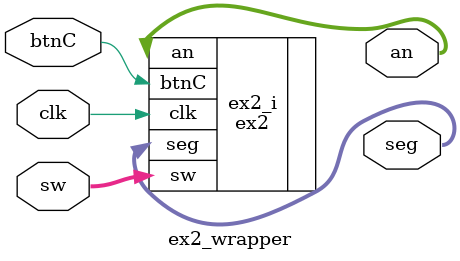
<source format=v>
`timescale 1 ps / 1 ps

module ex2_wrapper
   (an,
    btnC,
    clk,
    seg,
    sw);
  output [7:0]an;
  input btnC;
  input clk;
  output [6:0]seg;
  input [15:0]sw;

  wire [7:0]an;
  wire btnC;
  wire clk;
  wire [6:0]seg;
  wire [15:0]sw;

  ex2 ex2_i
       (.an(an),
        .btnC(btnC),
        .clk(clk),
        .seg(seg),
        .sw(sw));
endmodule

</source>
